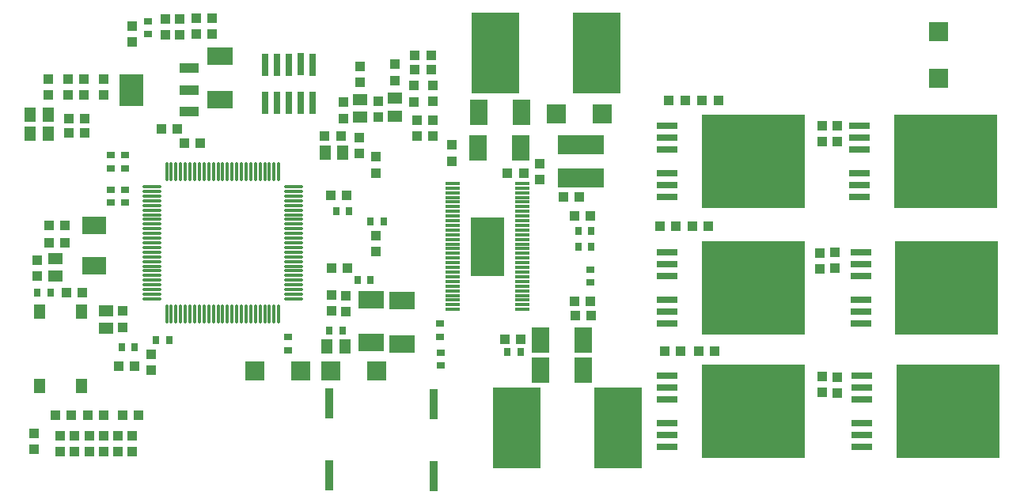
<source format=gtp>
G04 Layer_Color=8421504*
%FSLAX25Y25*%
%MOIN*%
G70*
G01*
G75*
%ADD10R,0.08996X0.02953*%
%ADD11R,0.43307X0.39744*%
%ADD12R,0.10630X0.07480*%
%ADD13R,0.03543X0.03150*%
%ADD14R,0.03150X0.03543*%
%ADD15R,0.04331X0.03937*%
%ADD16R,0.07480X0.10630*%
%ADD17R,0.19685X0.07874*%
%ADD18R,0.07874X0.07874*%
%ADD19R,0.03937X0.04331*%
%ADD20R,0.06102X0.01181*%
%ADD22R,0.05905X0.05118*%
%ADD23R,0.05118X0.05905*%
%ADD24R,0.03740X0.12598*%
%ADD25R,0.07874X0.03937*%
%ADD26R,0.09842X0.13780*%
%ADD27R,0.05118X0.06102*%
%ADD28R,0.10236X0.07480*%
%ADD29O,0.01181X0.08268*%
%ADD30O,0.08268X0.01181*%
%ADD31R,0.03150X0.09449*%
%ADD32R,0.20472X0.34449*%
%ADD33R,0.07874X0.07874*%
%ADD64R,0.14213X0.25000*%
D10*
X514780Y239000D02*
D03*
Y234000D02*
D03*
Y229000D02*
D03*
Y219000D02*
D03*
Y214000D02*
D03*
Y209000D02*
D03*
X514280Y291000D02*
D03*
Y286000D02*
D03*
Y281000D02*
D03*
Y271000D02*
D03*
Y266000D02*
D03*
Y261000D02*
D03*
X513779Y344500D02*
D03*
Y339500D02*
D03*
Y334500D02*
D03*
Y324500D02*
D03*
Y319500D02*
D03*
Y314500D02*
D03*
X432780Y344500D02*
D03*
Y339500D02*
D03*
Y334500D02*
D03*
Y324500D02*
D03*
Y319500D02*
D03*
Y314500D02*
D03*
Y291000D02*
D03*
Y286000D02*
D03*
Y281000D02*
D03*
Y271000D02*
D03*
Y266000D02*
D03*
Y261000D02*
D03*
Y239000D02*
D03*
Y234000D02*
D03*
Y229000D02*
D03*
Y219000D02*
D03*
Y214000D02*
D03*
Y209000D02*
D03*
D11*
X551000Y224000D02*
D03*
X550500Y276000D02*
D03*
X550000Y329500D02*
D03*
X469000D02*
D03*
Y276000D02*
D03*
Y224000D02*
D03*
D12*
X321000Y270610D02*
D03*
Y252500D02*
D03*
X308000Y253000D02*
D03*
Y271110D02*
D03*
X244500Y373610D02*
D03*
Y355500D02*
D03*
D13*
X337000Y261012D02*
D03*
Y255500D02*
D03*
X337500Y248756D02*
D03*
Y243244D02*
D03*
X400500Y283756D02*
D03*
Y278244D02*
D03*
X273000Y255256D02*
D03*
Y249744D02*
D03*
X204500Y311988D02*
D03*
Y317500D02*
D03*
X198500Y311988D02*
D03*
Y317500D02*
D03*
Y326500D02*
D03*
Y332012D02*
D03*
X204500Y326500D02*
D03*
Y332012D02*
D03*
X214000Y382988D02*
D03*
Y388500D02*
D03*
D14*
X365488Y249000D02*
D03*
X371000D02*
D03*
X395244Y293500D02*
D03*
X400756D02*
D03*
X395244Y300000D02*
D03*
X400756D02*
D03*
X293244Y308500D02*
D03*
X298756D02*
D03*
X313256Y304000D02*
D03*
X307744D02*
D03*
X307756Y279500D02*
D03*
X302244D02*
D03*
X290488Y258000D02*
D03*
X296000D02*
D03*
X217488Y254000D02*
D03*
X223000D02*
D03*
X208488Y251000D02*
D03*
X202976D02*
D03*
X173000Y274000D02*
D03*
X167488D02*
D03*
D15*
X364307Y254500D02*
D03*
X371000D02*
D03*
X394000Y264500D02*
D03*
X400693D02*
D03*
X400500Y270500D02*
D03*
X393807D02*
D03*
X400500Y306500D02*
D03*
X393807D02*
D03*
X395693Y314500D02*
D03*
X389000D02*
D03*
X372193Y324500D02*
D03*
X365500D02*
D03*
X333193Y368000D02*
D03*
X326500D02*
D03*
X333193Y374000D02*
D03*
X326500D02*
D03*
X288500Y340000D02*
D03*
X295193D02*
D03*
X297693Y315000D02*
D03*
X291000D02*
D03*
X298000Y284500D02*
D03*
X291307D02*
D03*
X209988Y222500D02*
D03*
X203295D02*
D03*
X195488D02*
D03*
X188795D02*
D03*
X181681D02*
D03*
X174988D02*
D03*
X201795Y243000D02*
D03*
X208488D02*
D03*
X186500Y274000D02*
D03*
X179807D02*
D03*
X179000Y295000D02*
D03*
X172307D02*
D03*
X187488Y341500D02*
D03*
X180795D02*
D03*
X187488Y347500D02*
D03*
X180795D02*
D03*
X179000Y302500D02*
D03*
X172307D02*
D03*
X236000Y337000D02*
D03*
X229307D02*
D03*
X219807Y343000D02*
D03*
X226500D02*
D03*
X446000Y249500D02*
D03*
X452693D02*
D03*
X431807D02*
D03*
X438500D02*
D03*
X443307Y302000D02*
D03*
X450000D02*
D03*
X436500D02*
D03*
X429807D02*
D03*
X447500Y355000D02*
D03*
X454193D02*
D03*
X433500D02*
D03*
X440193D02*
D03*
D16*
X397500Y241500D02*
D03*
X379390D02*
D03*
X397500Y254000D02*
D03*
X379390D02*
D03*
X371000Y335000D02*
D03*
X352890D02*
D03*
X371500Y350000D02*
D03*
X353390D02*
D03*
D17*
X396500Y322500D02*
D03*
Y336500D02*
D03*
D18*
X405500Y349500D02*
D03*
X386000D02*
D03*
X310500Y241000D02*
D03*
X291000D02*
D03*
X278500D02*
D03*
X259000D02*
D03*
D19*
X379000Y328500D02*
D03*
Y321807D02*
D03*
X342000Y336193D02*
D03*
Y329500D02*
D03*
X334000Y354807D02*
D03*
Y361500D02*
D03*
Y340000D02*
D03*
Y346693D02*
D03*
X327500D02*
D03*
Y340000D02*
D03*
X326000Y354500D02*
D03*
Y361193D02*
D03*
X318000Y363500D02*
D03*
Y370193D02*
D03*
X311000Y354693D02*
D03*
Y348000D02*
D03*
X303500Y362807D02*
D03*
Y369500D02*
D03*
X296500Y354193D02*
D03*
Y347500D02*
D03*
X303000Y339500D02*
D03*
Y332807D02*
D03*
X310000Y324500D02*
D03*
Y331193D02*
D03*
Y298000D02*
D03*
Y291307D02*
D03*
X297500Y272693D02*
D03*
Y266000D02*
D03*
X291500Y273000D02*
D03*
Y266307D02*
D03*
X215500Y241307D02*
D03*
Y248000D02*
D03*
X176988Y207000D02*
D03*
Y213693D02*
D03*
X182988Y207000D02*
D03*
Y213693D02*
D03*
X189488Y207000D02*
D03*
Y213693D02*
D03*
X195488Y207000D02*
D03*
Y213693D02*
D03*
X201488Y207000D02*
D03*
Y213693D02*
D03*
X207488Y207000D02*
D03*
Y213693D02*
D03*
X166000Y208000D02*
D03*
Y214693D02*
D03*
X203500Y266193D02*
D03*
Y259500D02*
D03*
X167500Y281000D02*
D03*
Y287693D02*
D03*
X241000Y383000D02*
D03*
Y389693D02*
D03*
X234500D02*
D03*
Y383000D02*
D03*
X227500Y382807D02*
D03*
Y389500D02*
D03*
X221500Y382807D02*
D03*
Y389500D02*
D03*
X207500Y379807D02*
D03*
Y386500D02*
D03*
X195488Y357307D02*
D03*
Y364000D02*
D03*
X186988D02*
D03*
Y357307D02*
D03*
X180488Y364000D02*
D03*
Y357307D02*
D03*
X171988D02*
D03*
Y364000D02*
D03*
X498000Y238693D02*
D03*
Y232000D02*
D03*
X504500Y231807D02*
D03*
Y238500D02*
D03*
X497000Y290693D02*
D03*
Y284000D02*
D03*
X503500Y284307D02*
D03*
Y291000D02*
D03*
X498000Y344500D02*
D03*
Y337807D02*
D03*
X504500D02*
D03*
Y344500D02*
D03*
D20*
X342236Y320074D02*
D03*
Y318106D02*
D03*
Y316137D02*
D03*
Y314169D02*
D03*
Y312200D02*
D03*
Y310232D02*
D03*
Y308263D02*
D03*
Y306295D02*
D03*
Y304327D02*
D03*
Y302358D02*
D03*
Y300390D02*
D03*
Y298421D02*
D03*
Y296452D02*
D03*
Y294484D02*
D03*
Y292516D02*
D03*
Y290547D02*
D03*
Y288579D02*
D03*
Y286610D02*
D03*
Y284642D02*
D03*
Y282673D02*
D03*
Y280705D02*
D03*
Y278736D02*
D03*
Y276768D02*
D03*
Y274799D02*
D03*
Y272831D02*
D03*
Y270862D02*
D03*
Y268894D02*
D03*
Y266925D02*
D03*
X371764D02*
D03*
X371736Y268894D02*
D03*
X371764Y270862D02*
D03*
Y272831D02*
D03*
Y274799D02*
D03*
Y276768D02*
D03*
Y278736D02*
D03*
Y280705D02*
D03*
Y282673D02*
D03*
Y284642D02*
D03*
Y286610D02*
D03*
Y288579D02*
D03*
Y290547D02*
D03*
Y292516D02*
D03*
Y294484D02*
D03*
Y296453D02*
D03*
Y298421D02*
D03*
Y300390D02*
D03*
Y302358D02*
D03*
Y304327D02*
D03*
Y306295D02*
D03*
Y308264D02*
D03*
Y310232D02*
D03*
Y312201D02*
D03*
Y314169D02*
D03*
Y316138D02*
D03*
Y318106D02*
D03*
Y320075D02*
D03*
D22*
X318000Y348500D02*
D03*
Y355980D02*
D03*
X303500Y348000D02*
D03*
Y355480D02*
D03*
X196500Y259000D02*
D03*
Y266480D02*
D03*
X175000Y288480D02*
D03*
Y281000D02*
D03*
D23*
X296000Y333000D02*
D03*
X288520D02*
D03*
X289500Y251500D02*
D03*
X296980D02*
D03*
X164508Y341000D02*
D03*
X171988D02*
D03*
X164508Y349000D02*
D03*
X171988D02*
D03*
D24*
X334500Y227000D02*
D03*
Y196685D02*
D03*
X290500Y227315D02*
D03*
Y197000D02*
D03*
D25*
X231500Y350445D02*
D03*
Y359500D02*
D03*
Y368555D02*
D03*
D26*
X207090Y359500D02*
D03*
D27*
X168283Y266000D02*
D03*
X186000D02*
D03*
Y234701D02*
D03*
X168283D02*
D03*
D28*
X191500Y285500D02*
D03*
Y302429D02*
D03*
D29*
X221866Y324921D02*
D03*
X223835D02*
D03*
X225803D02*
D03*
X227772D02*
D03*
X229740D02*
D03*
X231709D02*
D03*
X233677D02*
D03*
X235646D02*
D03*
X237614D02*
D03*
X239583D02*
D03*
X241551D02*
D03*
X243520D02*
D03*
X245488D02*
D03*
X247457D02*
D03*
X249425D02*
D03*
X251394D02*
D03*
X253362D02*
D03*
X255331D02*
D03*
X257299D02*
D03*
X259268D02*
D03*
X261236D02*
D03*
X263205D02*
D03*
X265173D02*
D03*
X267142D02*
D03*
X269110D02*
D03*
Y265079D02*
D03*
X267142D02*
D03*
X265173D02*
D03*
X263205D02*
D03*
X261236D02*
D03*
X259268D02*
D03*
X257299D02*
D03*
X255331D02*
D03*
X253362D02*
D03*
X251394D02*
D03*
X249425D02*
D03*
X247457D02*
D03*
X245488D02*
D03*
X243520D02*
D03*
X241551D02*
D03*
X239583D02*
D03*
X237614D02*
D03*
X235646D02*
D03*
X233677D02*
D03*
X231709D02*
D03*
X229740D02*
D03*
X227772D02*
D03*
X225803D02*
D03*
X223835D02*
D03*
X221866D02*
D03*
D30*
X275410Y318622D02*
D03*
Y316653D02*
D03*
Y314685D02*
D03*
Y312717D02*
D03*
Y310748D02*
D03*
Y308780D02*
D03*
Y306811D02*
D03*
Y304842D02*
D03*
Y302874D02*
D03*
Y300905D02*
D03*
Y298937D02*
D03*
Y296969D02*
D03*
Y295000D02*
D03*
Y293032D02*
D03*
Y291063D02*
D03*
Y289094D02*
D03*
Y287126D02*
D03*
Y285157D02*
D03*
Y283189D02*
D03*
Y281221D02*
D03*
Y279252D02*
D03*
Y277284D02*
D03*
Y275315D02*
D03*
Y273346D02*
D03*
Y271378D02*
D03*
X215567D02*
D03*
Y273346D02*
D03*
Y275315D02*
D03*
Y277284D02*
D03*
Y279252D02*
D03*
Y281221D02*
D03*
Y283189D02*
D03*
Y285157D02*
D03*
Y287126D02*
D03*
Y289094D02*
D03*
Y291063D02*
D03*
Y293032D02*
D03*
Y295000D02*
D03*
Y296969D02*
D03*
Y298937D02*
D03*
Y300905D02*
D03*
Y302874D02*
D03*
Y304842D02*
D03*
Y306811D02*
D03*
Y308780D02*
D03*
Y310748D02*
D03*
Y312717D02*
D03*
Y314685D02*
D03*
Y316653D02*
D03*
Y318622D02*
D03*
D31*
X263500Y354000D02*
D03*
Y370000D02*
D03*
X268500Y354000D02*
D03*
Y370000D02*
D03*
X273500Y354000D02*
D03*
Y370000D02*
D03*
X278500Y354000D02*
D03*
Y370200D02*
D03*
X283500Y354000D02*
D03*
Y370000D02*
D03*
D32*
X360480Y375000D02*
D03*
X403000D02*
D03*
X369500Y217000D02*
D03*
X412020D02*
D03*
D33*
X547000Y384000D02*
D03*
Y364500D02*
D03*
D64*
X357000Y293500D02*
D03*
M02*

</source>
